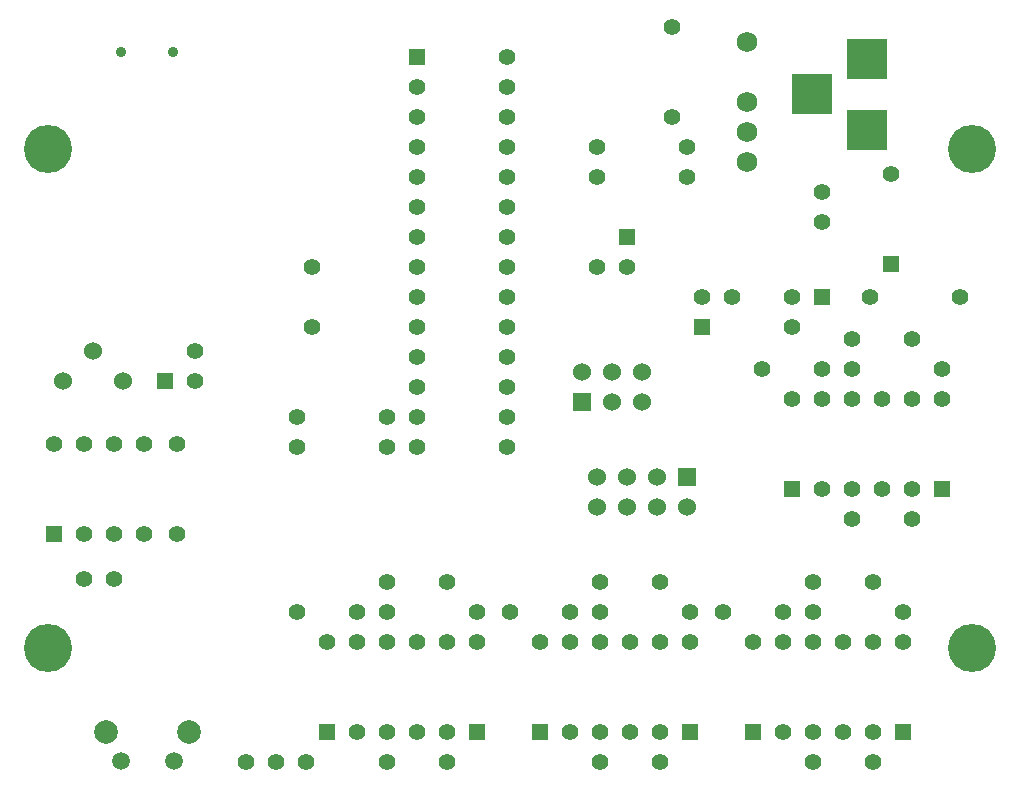
<source format=gbs>
G04 (created by PCBNEW (2013-07-07 BZR 4022)-stable) date 02/12/2014 00:26:50*
%MOIN*%
G04 Gerber Fmt 3.4, Leading zero omitted, Abs format*
%FSLAX34Y34*%
G01*
G70*
G90*
G04 APERTURE LIST*
%ADD10C,0.00590551*%
%ADD11R,0.055X0.055*%
%ADD12C,0.055*%
%ADD13C,0.0688976*%
%ADD14C,0.06*%
%ADD15C,0.0787402*%
%ADD16C,0.0590551*%
%ADD17C,0.056*%
%ADD18R,0.1378X0.1378*%
%ADD19C,0.16*%
%ADD20C,0.0354*%
%ADD21R,0.06X0.06*%
G04 APERTURE END LIST*
G54D10*
G54D11*
X38500Y-22000D03*
G54D12*
X37500Y-22000D03*
X37500Y-23000D03*
G54D13*
X36000Y-15500D03*
X36000Y-13500D03*
X36000Y-16500D03*
X36000Y-17500D03*
G54D14*
X13200Y-24800D03*
X14200Y-23800D03*
X15200Y-24800D03*
G54D12*
X24000Y-32500D03*
X27000Y-32500D03*
X26000Y-33500D03*
X26000Y-36500D03*
X41500Y-25400D03*
X41500Y-28400D03*
X38200Y-32500D03*
X41200Y-32500D03*
X39500Y-24400D03*
X42500Y-24400D03*
X40200Y-33500D03*
X40200Y-36500D03*
X33100Y-33500D03*
X33100Y-36500D03*
X31100Y-32500D03*
X34100Y-32500D03*
X31000Y-17000D03*
X34000Y-17000D03*
X24000Y-27000D03*
X21000Y-27000D03*
X24000Y-26000D03*
X21000Y-26000D03*
X34000Y-18000D03*
X31000Y-18000D03*
X33500Y-16000D03*
X33500Y-13000D03*
X43100Y-22000D03*
X40100Y-22000D03*
X17000Y-26900D03*
X17000Y-29900D03*
G54D15*
X14622Y-36507D03*
X17377Y-36507D03*
G54D16*
X16885Y-37492D03*
X15114Y-37492D03*
G54D17*
X21500Y-23000D03*
X21500Y-21000D03*
G54D11*
X36200Y-36500D03*
G54D12*
X37200Y-36500D03*
X38200Y-36500D03*
X39200Y-36500D03*
X39200Y-33500D03*
X38200Y-33500D03*
X37200Y-33500D03*
X36200Y-33500D03*
G54D11*
X12900Y-29900D03*
G54D12*
X13900Y-29900D03*
X14900Y-29900D03*
X15900Y-29900D03*
X15900Y-26900D03*
X14900Y-26900D03*
X13900Y-26900D03*
X12900Y-26900D03*
G54D11*
X29100Y-36500D03*
G54D12*
X30100Y-36500D03*
X31100Y-36500D03*
X32100Y-36500D03*
X32100Y-33500D03*
X31100Y-33500D03*
X30100Y-33500D03*
X29100Y-33500D03*
G54D11*
X22000Y-36500D03*
G54D12*
X23000Y-36500D03*
X24000Y-36500D03*
X25000Y-36500D03*
X25000Y-33500D03*
X24000Y-33500D03*
X23000Y-33500D03*
X22000Y-33500D03*
G54D11*
X37500Y-28400D03*
G54D12*
X38500Y-28400D03*
X39500Y-28400D03*
X40500Y-28400D03*
X40500Y-25400D03*
X39500Y-25400D03*
X38500Y-25400D03*
X37500Y-25400D03*
X25000Y-15000D03*
X25000Y-16000D03*
X25000Y-17000D03*
X25000Y-18000D03*
X25000Y-19000D03*
X25000Y-20000D03*
X25000Y-21000D03*
X25000Y-22000D03*
X25000Y-23000D03*
X25000Y-24000D03*
X25000Y-25000D03*
X25000Y-26000D03*
X25000Y-27000D03*
G54D11*
X25000Y-14000D03*
G54D12*
X28000Y-27000D03*
X28000Y-26000D03*
X28000Y-25000D03*
X28000Y-24000D03*
X28000Y-23000D03*
X28000Y-22000D03*
X28000Y-21000D03*
X28000Y-20000D03*
X28000Y-19000D03*
X28000Y-18000D03*
X28000Y-17000D03*
X28000Y-16000D03*
X28000Y-15000D03*
X28000Y-14000D03*
G54D11*
X42500Y-28400D03*
G54D12*
X42500Y-25400D03*
G54D11*
X34100Y-36500D03*
G54D12*
X34100Y-33500D03*
G54D11*
X41200Y-36500D03*
G54D12*
X41200Y-33500D03*
G54D11*
X27000Y-36500D03*
G54D12*
X27000Y-33500D03*
X23000Y-32500D03*
X21000Y-32500D03*
X26000Y-37500D03*
X24000Y-37500D03*
X38500Y-24400D03*
X36500Y-24400D03*
X41500Y-29400D03*
X39500Y-29400D03*
X39500Y-23400D03*
X41500Y-23400D03*
X24000Y-31500D03*
X26000Y-31500D03*
X33100Y-37500D03*
X31100Y-37500D03*
X38200Y-31500D03*
X40200Y-31500D03*
X30100Y-32500D03*
X28100Y-32500D03*
X40200Y-37500D03*
X38200Y-37500D03*
X37200Y-32500D03*
X35200Y-32500D03*
X31100Y-31500D03*
X33100Y-31500D03*
X13900Y-31400D03*
X14900Y-31400D03*
G54D18*
X40000Y-16441D03*
X40000Y-14079D03*
X38150Y-15260D03*
G54D11*
X40800Y-20900D03*
G54D12*
X40800Y-17900D03*
X38500Y-18500D03*
X38500Y-19500D03*
X20300Y-37500D03*
X19300Y-37500D03*
X21300Y-37500D03*
G54D19*
X12700Y-17080D03*
X12700Y-33720D03*
X43499Y-17080D03*
X43499Y-33720D03*
G54D20*
X16866Y-13835D03*
X15134Y-13835D03*
G54D11*
X32000Y-20000D03*
G54D12*
X32000Y-21000D03*
X31000Y-21000D03*
G54D11*
X34500Y-23000D03*
G54D12*
X34500Y-22000D03*
X35500Y-22000D03*
G54D11*
X16600Y-24800D03*
G54D12*
X17600Y-24800D03*
X17600Y-23800D03*
G54D21*
X30500Y-25500D03*
G54D14*
X30500Y-24500D03*
X31500Y-25500D03*
X31500Y-24500D03*
X32500Y-25500D03*
X32500Y-24500D03*
G54D21*
X34000Y-28000D03*
G54D14*
X34000Y-29000D03*
X33000Y-28000D03*
X33000Y-29000D03*
X32000Y-28000D03*
X32000Y-29000D03*
X31000Y-28000D03*
X31000Y-29000D03*
M02*

</source>
